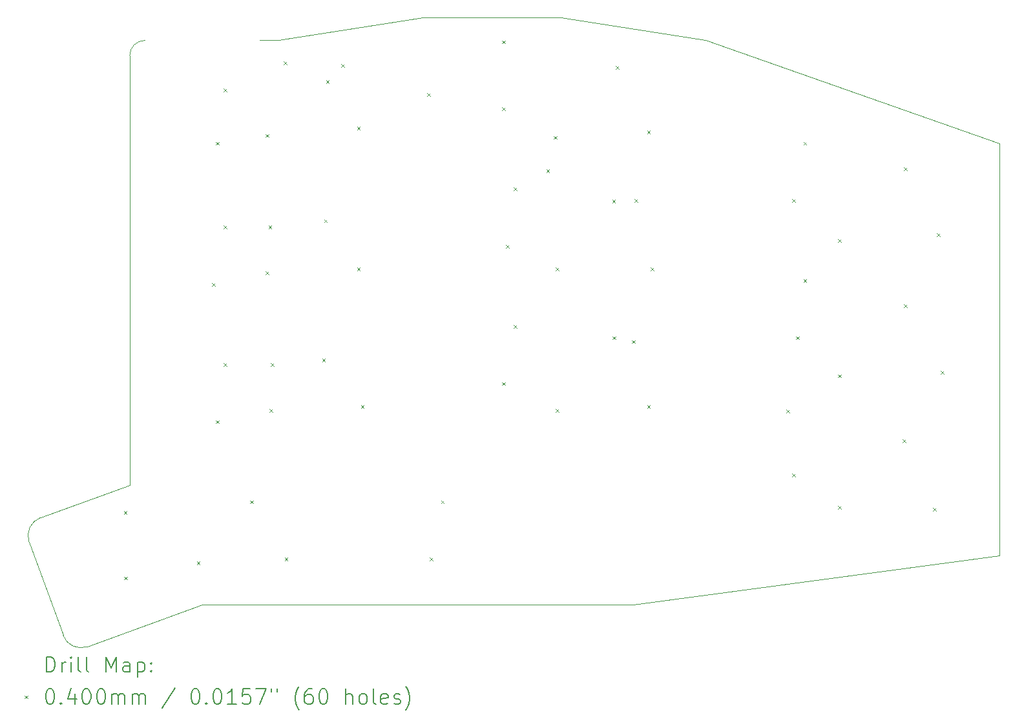
<source format=gbr>
%TF.GenerationSoftware,KiCad,Pcbnew,7.0.2-0*%
%TF.CreationDate,2023-05-24T14:00:58+08:00*%
%TF.ProjectId,Input,496e7075-742e-46b6-9963-61645f706362,1*%
%TF.SameCoordinates,PX7bfa480PY6052340*%
%TF.FileFunction,Drillmap*%
%TF.FilePolarity,Positive*%
%FSLAX45Y45*%
G04 Gerber Fmt 4.5, Leading zero omitted, Abs format (unit mm)*
G04 Created by KiCad (PCBNEW 7.0.2-0) date 2023-05-24 14:00:58*
%MOMM*%
%LPD*%
G01*
G04 APERTURE LIST*
%ADD10C,0.100000*%
%ADD11C,0.200000*%
%ADD12C,0.040000*%
G04 APERTURE END LIST*
D10*
X-750000Y2900000D02*
G75*
G03*
X-950000Y2700000I0J-200000D01*
G01*
X-1502982Y-5047237D02*
X0Y-4500000D01*
X-2268037Y-3676218D02*
X-1823410Y-4897818D01*
X-1823410Y-4897818D02*
G75*
G03*
X-1502982Y-5047237I234923J85505D01*
G01*
X-2118618Y-3355790D02*
X-950000Y-2930000D01*
X-2118618Y-3355790D02*
G75*
G03*
X-2268037Y-3676218I85505J-234923D01*
G01*
X2900000Y3200000D02*
X1000000Y2900000D01*
X6600000Y2900000D02*
X4700000Y3200000D01*
X-950000Y2700000D02*
X-950000Y-2930000D01*
X1000000Y2900000D02*
X750000Y2900000D01*
X5650000Y-4500000D02*
X10450000Y-3850000D01*
X0Y-4500000D02*
X5650000Y-4500000D01*
X10450000Y1550000D02*
X6600000Y2900000D01*
X4700000Y3200000D02*
X2900000Y3200000D01*
X10450000Y-3850000D02*
X10450000Y1550000D01*
D11*
D12*
X-1027327Y-3272673D02*
X-987327Y-3312673D01*
X-987327Y-3272673D02*
X-1027327Y-3312673D01*
X-1020000Y-4130000D02*
X-980000Y-4170000D01*
X-980000Y-4130000D02*
X-1020000Y-4170000D01*
X-70000Y-3930000D02*
X-30000Y-3970000D01*
X-30000Y-3930000D02*
X-70000Y-3970000D01*
X130000Y-280000D02*
X170000Y-320000D01*
X170000Y-280000D02*
X130000Y-320000D01*
X180000Y1570000D02*
X220000Y1530000D01*
X220000Y1570000D02*
X180000Y1530000D01*
X180000Y-2080000D02*
X220000Y-2120000D01*
X220000Y-2080000D02*
X180000Y-2120000D01*
X280000Y470000D02*
X320000Y430000D01*
X320000Y470000D02*
X280000Y430000D01*
X280000Y-1330000D02*
X320000Y-1370000D01*
X320000Y-1330000D02*
X280000Y-1370000D01*
X280000Y2270000D02*
X320000Y2230000D01*
X320000Y2270000D02*
X280000Y2230000D01*
X630000Y-3130000D02*
X670000Y-3170000D01*
X670000Y-3130000D02*
X630000Y-3170000D01*
X830000Y1670000D02*
X870000Y1630000D01*
X870000Y1670000D02*
X830000Y1630000D01*
X830000Y-130000D02*
X870000Y-170000D01*
X870000Y-130000D02*
X830000Y-170000D01*
X870000Y470000D02*
X910000Y430000D01*
X910000Y470000D02*
X870000Y430000D01*
X880000Y-1930000D02*
X920000Y-1970000D01*
X920000Y-1930000D02*
X880000Y-1970000D01*
X900000Y-1330000D02*
X940000Y-1370000D01*
X940000Y-1330000D02*
X900000Y-1370000D01*
X1070000Y2622450D02*
X1110000Y2582450D01*
X1110000Y2622450D02*
X1070000Y2582450D01*
X1080000Y-3880000D02*
X1120000Y-3920000D01*
X1120000Y-3880000D02*
X1080000Y-3920000D01*
X1572500Y-1272500D02*
X1612500Y-1312500D01*
X1612500Y-1272500D02*
X1572500Y-1312500D01*
X1596250Y553750D02*
X1636250Y513750D01*
X1636250Y553750D02*
X1596250Y513750D01*
X1622500Y2377500D02*
X1662500Y2337500D01*
X1662500Y2377500D02*
X1622500Y2337500D01*
X1820000Y2590000D02*
X1860000Y2550000D01*
X1860000Y2590000D02*
X1820000Y2550000D01*
X2030000Y1770000D02*
X2070000Y1730000D01*
X2070000Y1770000D02*
X2030000Y1730000D01*
X2030000Y-80000D02*
X2070000Y-120000D01*
X2070000Y-80000D02*
X2030000Y-120000D01*
X2080000Y-1880000D02*
X2120000Y-1920000D01*
X2120000Y-1880000D02*
X2080000Y-1920000D01*
X2950000Y2210000D02*
X2990000Y2170000D01*
X2990000Y2210000D02*
X2950000Y2170000D01*
X2980000Y-3880000D02*
X3020000Y-3920000D01*
X3020000Y-3880000D02*
X2980000Y-3920000D01*
X3130000Y-3130000D02*
X3170000Y-3170000D01*
X3170000Y-3130000D02*
X3130000Y-3170000D01*
X3930000Y2897550D02*
X3970000Y2857550D01*
X3970000Y2897550D02*
X3930000Y2857550D01*
X3930000Y2020000D02*
X3970000Y1980000D01*
X3970000Y2020000D02*
X3930000Y1980000D01*
X3930000Y-1580000D02*
X3970000Y-1620000D01*
X3970000Y-1580000D02*
X3930000Y-1620000D01*
X3980000Y220000D02*
X4020000Y180000D01*
X4020000Y220000D02*
X3980000Y180000D01*
X4080000Y970000D02*
X4120000Y930000D01*
X4120000Y970000D02*
X4080000Y930000D01*
X4080000Y-830000D02*
X4120000Y-870000D01*
X4120000Y-830000D02*
X4080000Y-870000D01*
X4510000Y1210000D02*
X4550000Y1170000D01*
X4550000Y1210000D02*
X4510000Y1170000D01*
X4605500Y1645500D02*
X4645500Y1605500D01*
X4645500Y1645500D02*
X4605500Y1605500D01*
X4630000Y-80000D02*
X4670000Y-120000D01*
X4670000Y-80000D02*
X4630000Y-120000D01*
X4630000Y-1930000D02*
X4670000Y-1970000D01*
X4670000Y-1930000D02*
X4630000Y-1970000D01*
X5372500Y812500D02*
X5412500Y772500D01*
X5412500Y812500D02*
X5372500Y772500D01*
X5380000Y-980000D02*
X5420000Y-1020000D01*
X5420000Y-980000D02*
X5380000Y-1020000D01*
X5422500Y2562500D02*
X5462500Y2522500D01*
X5462500Y2562500D02*
X5422500Y2522500D01*
X5630000Y-1030000D02*
X5670000Y-1070000D01*
X5670000Y-1030000D02*
X5630000Y-1070000D01*
X5665000Y820000D02*
X5705000Y780000D01*
X5705000Y820000D02*
X5665000Y780000D01*
X5830000Y1720000D02*
X5870000Y1680000D01*
X5870000Y1720000D02*
X5830000Y1680000D01*
X5830000Y-1880000D02*
X5870000Y-1920000D01*
X5870000Y-1880000D02*
X5830000Y-1920000D01*
X5880000Y-80000D02*
X5920000Y-120000D01*
X5920000Y-80000D02*
X5880000Y-120000D01*
X7652500Y-1937500D02*
X7692500Y-1977500D01*
X7692500Y-1937500D02*
X7652500Y-1977500D01*
X7730000Y820000D02*
X7770000Y780000D01*
X7770000Y820000D02*
X7730000Y780000D01*
X7730000Y-2780000D02*
X7770000Y-2820000D01*
X7770000Y-2780000D02*
X7730000Y-2820000D01*
X7780000Y-980000D02*
X7820000Y-1020000D01*
X7820000Y-980000D02*
X7780000Y-1020000D01*
X7880000Y1570000D02*
X7920000Y1530000D01*
X7920000Y1570000D02*
X7880000Y1530000D01*
X7880000Y-230000D02*
X7920000Y-270000D01*
X7920000Y-230000D02*
X7880000Y-270000D01*
X8330000Y295000D02*
X8370000Y255000D01*
X8370000Y295000D02*
X8330000Y255000D01*
X8330000Y-1480000D02*
X8370000Y-1520000D01*
X8370000Y-1480000D02*
X8330000Y-1520000D01*
X8330000Y-3205000D02*
X8370000Y-3245000D01*
X8370000Y-3205000D02*
X8330000Y-3245000D01*
X9180000Y-2330000D02*
X9220000Y-2370000D01*
X9220000Y-2330000D02*
X9180000Y-2370000D01*
X9197500Y1237500D02*
X9237500Y1197500D01*
X9237500Y1237500D02*
X9197500Y1197500D01*
X9197500Y-562500D02*
X9237500Y-602500D01*
X9237500Y-562500D02*
X9197500Y-602500D01*
X9580000Y-3230000D02*
X9620000Y-3270000D01*
X9620000Y-3230000D02*
X9580000Y-3270000D01*
X9630000Y370000D02*
X9670000Y330000D01*
X9670000Y370000D02*
X9630000Y330000D01*
X9680000Y-1430000D02*
X9720000Y-1470000D01*
X9720000Y-1430000D02*
X9680000Y-1470000D01*
D11*
X-2040494Y-5379837D02*
X-2040494Y-5179837D01*
X-2040494Y-5179837D02*
X-1992875Y-5179837D01*
X-1992875Y-5179837D02*
X-1964304Y-5189361D01*
X-1964304Y-5189361D02*
X-1945256Y-5208409D01*
X-1945256Y-5208409D02*
X-1935732Y-5227456D01*
X-1935732Y-5227456D02*
X-1926209Y-5265551D01*
X-1926209Y-5265551D02*
X-1926209Y-5294123D01*
X-1926209Y-5294123D02*
X-1935732Y-5332218D01*
X-1935732Y-5332218D02*
X-1945256Y-5351266D01*
X-1945256Y-5351266D02*
X-1964304Y-5370313D01*
X-1964304Y-5370313D02*
X-1992875Y-5379837D01*
X-1992875Y-5379837D02*
X-2040494Y-5379837D01*
X-1840494Y-5379837D02*
X-1840494Y-5246504D01*
X-1840494Y-5284599D02*
X-1830970Y-5265551D01*
X-1830970Y-5265551D02*
X-1821447Y-5256028D01*
X-1821447Y-5256028D02*
X-1802399Y-5246504D01*
X-1802399Y-5246504D02*
X-1783351Y-5246504D01*
X-1716685Y-5379837D02*
X-1716685Y-5246504D01*
X-1716685Y-5179837D02*
X-1726209Y-5189361D01*
X-1726209Y-5189361D02*
X-1716685Y-5198885D01*
X-1716685Y-5198885D02*
X-1707161Y-5189361D01*
X-1707161Y-5189361D02*
X-1716685Y-5179837D01*
X-1716685Y-5179837D02*
X-1716685Y-5198885D01*
X-1592875Y-5379837D02*
X-1611923Y-5370313D01*
X-1611923Y-5370313D02*
X-1621447Y-5351266D01*
X-1621447Y-5351266D02*
X-1621447Y-5179837D01*
X-1488113Y-5379837D02*
X-1507161Y-5370313D01*
X-1507161Y-5370313D02*
X-1516685Y-5351266D01*
X-1516685Y-5351266D02*
X-1516685Y-5179837D01*
X-1259542Y-5379837D02*
X-1259542Y-5179837D01*
X-1259542Y-5179837D02*
X-1192875Y-5322694D01*
X-1192875Y-5322694D02*
X-1126209Y-5179837D01*
X-1126209Y-5179837D02*
X-1126209Y-5379837D01*
X-945256Y-5379837D02*
X-945256Y-5275075D01*
X-945256Y-5275075D02*
X-954780Y-5256028D01*
X-954780Y-5256028D02*
X-973828Y-5246504D01*
X-973828Y-5246504D02*
X-1011923Y-5246504D01*
X-1011923Y-5246504D02*
X-1030970Y-5256028D01*
X-945256Y-5370313D02*
X-964304Y-5379837D01*
X-964304Y-5379837D02*
X-1011923Y-5379837D01*
X-1011923Y-5379837D02*
X-1030970Y-5370313D01*
X-1030970Y-5370313D02*
X-1040494Y-5351266D01*
X-1040494Y-5351266D02*
X-1040494Y-5332218D01*
X-1040494Y-5332218D02*
X-1030970Y-5313170D01*
X-1030970Y-5313170D02*
X-1011923Y-5303647D01*
X-1011923Y-5303647D02*
X-964304Y-5303647D01*
X-964304Y-5303647D02*
X-945256Y-5294123D01*
X-850018Y-5246504D02*
X-850018Y-5446504D01*
X-850018Y-5256028D02*
X-830970Y-5246504D01*
X-830970Y-5246504D02*
X-792875Y-5246504D01*
X-792875Y-5246504D02*
X-773828Y-5256028D01*
X-773828Y-5256028D02*
X-764304Y-5265551D01*
X-764304Y-5265551D02*
X-754780Y-5284599D01*
X-754780Y-5284599D02*
X-754780Y-5341742D01*
X-754780Y-5341742D02*
X-764304Y-5360789D01*
X-764304Y-5360789D02*
X-773828Y-5370313D01*
X-773828Y-5370313D02*
X-792875Y-5379837D01*
X-792875Y-5379837D02*
X-830970Y-5379837D01*
X-830970Y-5379837D02*
X-850018Y-5370313D01*
X-669066Y-5360789D02*
X-659542Y-5370313D01*
X-659542Y-5370313D02*
X-669066Y-5379837D01*
X-669066Y-5379837D02*
X-678590Y-5370313D01*
X-678590Y-5370313D02*
X-669066Y-5360789D01*
X-669066Y-5360789D02*
X-669066Y-5379837D01*
X-669066Y-5256028D02*
X-659542Y-5265551D01*
X-659542Y-5265551D02*
X-669066Y-5275075D01*
X-669066Y-5275075D02*
X-678590Y-5265551D01*
X-678590Y-5265551D02*
X-669066Y-5256028D01*
X-669066Y-5256028D02*
X-669066Y-5275075D01*
D12*
X-2328113Y-5687313D02*
X-2288113Y-5727313D01*
X-2288113Y-5687313D02*
X-2328113Y-5727313D01*
D11*
X-2002399Y-5599837D02*
X-1983351Y-5599837D01*
X-1983351Y-5599837D02*
X-1964304Y-5609361D01*
X-1964304Y-5609361D02*
X-1954780Y-5618885D01*
X-1954780Y-5618885D02*
X-1945256Y-5637932D01*
X-1945256Y-5637932D02*
X-1935732Y-5676027D01*
X-1935732Y-5676027D02*
X-1935732Y-5723647D01*
X-1935732Y-5723647D02*
X-1945256Y-5761742D01*
X-1945256Y-5761742D02*
X-1954780Y-5780789D01*
X-1954780Y-5780789D02*
X-1964304Y-5790313D01*
X-1964304Y-5790313D02*
X-1983351Y-5799837D01*
X-1983351Y-5799837D02*
X-2002399Y-5799837D01*
X-2002399Y-5799837D02*
X-2021447Y-5790313D01*
X-2021447Y-5790313D02*
X-2030970Y-5780789D01*
X-2030970Y-5780789D02*
X-2040494Y-5761742D01*
X-2040494Y-5761742D02*
X-2050018Y-5723647D01*
X-2050018Y-5723647D02*
X-2050018Y-5676027D01*
X-2050018Y-5676027D02*
X-2040494Y-5637932D01*
X-2040494Y-5637932D02*
X-2030970Y-5618885D01*
X-2030970Y-5618885D02*
X-2021447Y-5609361D01*
X-2021447Y-5609361D02*
X-2002399Y-5599837D01*
X-1850018Y-5780789D02*
X-1840494Y-5790313D01*
X-1840494Y-5790313D02*
X-1850018Y-5799837D01*
X-1850018Y-5799837D02*
X-1859542Y-5790313D01*
X-1859542Y-5790313D02*
X-1850018Y-5780789D01*
X-1850018Y-5780789D02*
X-1850018Y-5799837D01*
X-1669066Y-5666504D02*
X-1669066Y-5799837D01*
X-1716685Y-5590313D02*
X-1764304Y-5733170D01*
X-1764304Y-5733170D02*
X-1640494Y-5733170D01*
X-1526209Y-5599837D02*
X-1507161Y-5599837D01*
X-1507161Y-5599837D02*
X-1488113Y-5609361D01*
X-1488113Y-5609361D02*
X-1478589Y-5618885D01*
X-1478589Y-5618885D02*
X-1469066Y-5637932D01*
X-1469066Y-5637932D02*
X-1459542Y-5676027D01*
X-1459542Y-5676027D02*
X-1459542Y-5723647D01*
X-1459542Y-5723647D02*
X-1469066Y-5761742D01*
X-1469066Y-5761742D02*
X-1478589Y-5780789D01*
X-1478589Y-5780789D02*
X-1488113Y-5790313D01*
X-1488113Y-5790313D02*
X-1507161Y-5799837D01*
X-1507161Y-5799837D02*
X-1526209Y-5799837D01*
X-1526209Y-5799837D02*
X-1545256Y-5790313D01*
X-1545256Y-5790313D02*
X-1554780Y-5780789D01*
X-1554780Y-5780789D02*
X-1564304Y-5761742D01*
X-1564304Y-5761742D02*
X-1573828Y-5723647D01*
X-1573828Y-5723647D02*
X-1573828Y-5676027D01*
X-1573828Y-5676027D02*
X-1564304Y-5637932D01*
X-1564304Y-5637932D02*
X-1554780Y-5618885D01*
X-1554780Y-5618885D02*
X-1545256Y-5609361D01*
X-1545256Y-5609361D02*
X-1526209Y-5599837D01*
X-1335732Y-5599837D02*
X-1316685Y-5599837D01*
X-1316685Y-5599837D02*
X-1297637Y-5609361D01*
X-1297637Y-5609361D02*
X-1288113Y-5618885D01*
X-1288113Y-5618885D02*
X-1278590Y-5637932D01*
X-1278590Y-5637932D02*
X-1269066Y-5676027D01*
X-1269066Y-5676027D02*
X-1269066Y-5723647D01*
X-1269066Y-5723647D02*
X-1278590Y-5761742D01*
X-1278590Y-5761742D02*
X-1288113Y-5780789D01*
X-1288113Y-5780789D02*
X-1297637Y-5790313D01*
X-1297637Y-5790313D02*
X-1316685Y-5799837D01*
X-1316685Y-5799837D02*
X-1335732Y-5799837D01*
X-1335732Y-5799837D02*
X-1354780Y-5790313D01*
X-1354780Y-5790313D02*
X-1364304Y-5780789D01*
X-1364304Y-5780789D02*
X-1373828Y-5761742D01*
X-1373828Y-5761742D02*
X-1383351Y-5723647D01*
X-1383351Y-5723647D02*
X-1383351Y-5676027D01*
X-1383351Y-5676027D02*
X-1373828Y-5637932D01*
X-1373828Y-5637932D02*
X-1364304Y-5618885D01*
X-1364304Y-5618885D02*
X-1354780Y-5609361D01*
X-1354780Y-5609361D02*
X-1335732Y-5599837D01*
X-1183351Y-5799837D02*
X-1183351Y-5666504D01*
X-1183351Y-5685551D02*
X-1173828Y-5676027D01*
X-1173828Y-5676027D02*
X-1154780Y-5666504D01*
X-1154780Y-5666504D02*
X-1126209Y-5666504D01*
X-1126209Y-5666504D02*
X-1107161Y-5676027D01*
X-1107161Y-5676027D02*
X-1097637Y-5695075D01*
X-1097637Y-5695075D02*
X-1097637Y-5799837D01*
X-1097637Y-5695075D02*
X-1088113Y-5676027D01*
X-1088113Y-5676027D02*
X-1069066Y-5666504D01*
X-1069066Y-5666504D02*
X-1040494Y-5666504D01*
X-1040494Y-5666504D02*
X-1021447Y-5676027D01*
X-1021447Y-5676027D02*
X-1011923Y-5695075D01*
X-1011923Y-5695075D02*
X-1011923Y-5799837D01*
X-916685Y-5799837D02*
X-916685Y-5666504D01*
X-916685Y-5685551D02*
X-907161Y-5676027D01*
X-907161Y-5676027D02*
X-888113Y-5666504D01*
X-888113Y-5666504D02*
X-859542Y-5666504D01*
X-859542Y-5666504D02*
X-840494Y-5676027D01*
X-840494Y-5676027D02*
X-830970Y-5695075D01*
X-830970Y-5695075D02*
X-830970Y-5799837D01*
X-830970Y-5695075D02*
X-821447Y-5676027D01*
X-821447Y-5676027D02*
X-802399Y-5666504D01*
X-802399Y-5666504D02*
X-773828Y-5666504D01*
X-773828Y-5666504D02*
X-754780Y-5676027D01*
X-754780Y-5676027D02*
X-745256Y-5695075D01*
X-745256Y-5695075D02*
X-745256Y-5799837D01*
X-354780Y-5590313D02*
X-526208Y-5847456D01*
X-97637Y-5599837D02*
X-78589Y-5599837D01*
X-78589Y-5599837D02*
X-59542Y-5609361D01*
X-59542Y-5609361D02*
X-50018Y-5618885D01*
X-50018Y-5618885D02*
X-40494Y-5637932D01*
X-40494Y-5637932D02*
X-30970Y-5676027D01*
X-30970Y-5676027D02*
X-30970Y-5723647D01*
X-30970Y-5723647D02*
X-40494Y-5761742D01*
X-40494Y-5761742D02*
X-50018Y-5780789D01*
X-50018Y-5780789D02*
X-59542Y-5790313D01*
X-59542Y-5790313D02*
X-78589Y-5799837D01*
X-78589Y-5799837D02*
X-97637Y-5799837D01*
X-97637Y-5799837D02*
X-116685Y-5790313D01*
X-116685Y-5790313D02*
X-126208Y-5780789D01*
X-126208Y-5780789D02*
X-135732Y-5761742D01*
X-135732Y-5761742D02*
X-145256Y-5723647D01*
X-145256Y-5723647D02*
X-145256Y-5676027D01*
X-145256Y-5676027D02*
X-135732Y-5637932D01*
X-135732Y-5637932D02*
X-126208Y-5618885D01*
X-126208Y-5618885D02*
X-116685Y-5609361D01*
X-116685Y-5609361D02*
X-97637Y-5599837D01*
X54744Y-5780789D02*
X64268Y-5790313D01*
X64268Y-5790313D02*
X54744Y-5799837D01*
X54744Y-5799837D02*
X45220Y-5790313D01*
X45220Y-5790313D02*
X54744Y-5780789D01*
X54744Y-5780789D02*
X54744Y-5799837D01*
X188077Y-5599837D02*
X207125Y-5599837D01*
X207125Y-5599837D02*
X226173Y-5609361D01*
X226173Y-5609361D02*
X235696Y-5618885D01*
X235696Y-5618885D02*
X245220Y-5637932D01*
X245220Y-5637932D02*
X254744Y-5676027D01*
X254744Y-5676027D02*
X254744Y-5723647D01*
X254744Y-5723647D02*
X245220Y-5761742D01*
X245220Y-5761742D02*
X235696Y-5780789D01*
X235696Y-5780789D02*
X226173Y-5790313D01*
X226173Y-5790313D02*
X207125Y-5799837D01*
X207125Y-5799837D02*
X188077Y-5799837D01*
X188077Y-5799837D02*
X169030Y-5790313D01*
X169030Y-5790313D02*
X159506Y-5780789D01*
X159506Y-5780789D02*
X149982Y-5761742D01*
X149982Y-5761742D02*
X140458Y-5723647D01*
X140458Y-5723647D02*
X140458Y-5676027D01*
X140458Y-5676027D02*
X149982Y-5637932D01*
X149982Y-5637932D02*
X159506Y-5618885D01*
X159506Y-5618885D02*
X169030Y-5609361D01*
X169030Y-5609361D02*
X188077Y-5599837D01*
X445220Y-5799837D02*
X330935Y-5799837D01*
X388077Y-5799837D02*
X388077Y-5599837D01*
X388077Y-5599837D02*
X369030Y-5628408D01*
X369030Y-5628408D02*
X349982Y-5647456D01*
X349982Y-5647456D02*
X330935Y-5656980D01*
X626173Y-5599837D02*
X530935Y-5599837D01*
X530935Y-5599837D02*
X521411Y-5695075D01*
X521411Y-5695075D02*
X530935Y-5685551D01*
X530935Y-5685551D02*
X549982Y-5676027D01*
X549982Y-5676027D02*
X597601Y-5676027D01*
X597601Y-5676027D02*
X616649Y-5685551D01*
X616649Y-5685551D02*
X626173Y-5695075D01*
X626173Y-5695075D02*
X635696Y-5714123D01*
X635696Y-5714123D02*
X635696Y-5761742D01*
X635696Y-5761742D02*
X626173Y-5780789D01*
X626173Y-5780789D02*
X616649Y-5790313D01*
X616649Y-5790313D02*
X597601Y-5799837D01*
X597601Y-5799837D02*
X549982Y-5799837D01*
X549982Y-5799837D02*
X530935Y-5790313D01*
X530935Y-5790313D02*
X521411Y-5780789D01*
X702363Y-5599837D02*
X835696Y-5599837D01*
X835696Y-5599837D02*
X749982Y-5799837D01*
X902363Y-5599837D02*
X902363Y-5637932D01*
X978554Y-5599837D02*
X978554Y-5637932D01*
X1273792Y-5876027D02*
X1264268Y-5866504D01*
X1264268Y-5866504D02*
X1245220Y-5837932D01*
X1245220Y-5837932D02*
X1235697Y-5818885D01*
X1235697Y-5818885D02*
X1226173Y-5790313D01*
X1226173Y-5790313D02*
X1216649Y-5742694D01*
X1216649Y-5742694D02*
X1216649Y-5704599D01*
X1216649Y-5704599D02*
X1226173Y-5656980D01*
X1226173Y-5656980D02*
X1235697Y-5628408D01*
X1235697Y-5628408D02*
X1245220Y-5609361D01*
X1245220Y-5609361D02*
X1264268Y-5580789D01*
X1264268Y-5580789D02*
X1273792Y-5571266D01*
X1435696Y-5599837D02*
X1397601Y-5599837D01*
X1397601Y-5599837D02*
X1378554Y-5609361D01*
X1378554Y-5609361D02*
X1369030Y-5618885D01*
X1369030Y-5618885D02*
X1349982Y-5647456D01*
X1349982Y-5647456D02*
X1340458Y-5685551D01*
X1340458Y-5685551D02*
X1340458Y-5761742D01*
X1340458Y-5761742D02*
X1349982Y-5780789D01*
X1349982Y-5780789D02*
X1359506Y-5790313D01*
X1359506Y-5790313D02*
X1378554Y-5799837D01*
X1378554Y-5799837D02*
X1416649Y-5799837D01*
X1416649Y-5799837D02*
X1435696Y-5790313D01*
X1435696Y-5790313D02*
X1445220Y-5780789D01*
X1445220Y-5780789D02*
X1454744Y-5761742D01*
X1454744Y-5761742D02*
X1454744Y-5714123D01*
X1454744Y-5714123D02*
X1445220Y-5695075D01*
X1445220Y-5695075D02*
X1435696Y-5685551D01*
X1435696Y-5685551D02*
X1416649Y-5676027D01*
X1416649Y-5676027D02*
X1378554Y-5676027D01*
X1378554Y-5676027D02*
X1359506Y-5685551D01*
X1359506Y-5685551D02*
X1349982Y-5695075D01*
X1349982Y-5695075D02*
X1340458Y-5714123D01*
X1578554Y-5599837D02*
X1597601Y-5599837D01*
X1597601Y-5599837D02*
X1616649Y-5609361D01*
X1616649Y-5609361D02*
X1626173Y-5618885D01*
X1626173Y-5618885D02*
X1635696Y-5637932D01*
X1635696Y-5637932D02*
X1645220Y-5676027D01*
X1645220Y-5676027D02*
X1645220Y-5723647D01*
X1645220Y-5723647D02*
X1635696Y-5761742D01*
X1635696Y-5761742D02*
X1626173Y-5780789D01*
X1626173Y-5780789D02*
X1616649Y-5790313D01*
X1616649Y-5790313D02*
X1597601Y-5799837D01*
X1597601Y-5799837D02*
X1578554Y-5799837D01*
X1578554Y-5799837D02*
X1559506Y-5790313D01*
X1559506Y-5790313D02*
X1549982Y-5780789D01*
X1549982Y-5780789D02*
X1540458Y-5761742D01*
X1540458Y-5761742D02*
X1530935Y-5723647D01*
X1530935Y-5723647D02*
X1530935Y-5676027D01*
X1530935Y-5676027D02*
X1540458Y-5637932D01*
X1540458Y-5637932D02*
X1549982Y-5618885D01*
X1549982Y-5618885D02*
X1559506Y-5609361D01*
X1559506Y-5609361D02*
X1578554Y-5599837D01*
X1883316Y-5799837D02*
X1883316Y-5599837D01*
X1969030Y-5799837D02*
X1969030Y-5695075D01*
X1969030Y-5695075D02*
X1959506Y-5676027D01*
X1959506Y-5676027D02*
X1940458Y-5666504D01*
X1940458Y-5666504D02*
X1911887Y-5666504D01*
X1911887Y-5666504D02*
X1892839Y-5676027D01*
X1892839Y-5676027D02*
X1883316Y-5685551D01*
X2092839Y-5799837D02*
X2073792Y-5790313D01*
X2073792Y-5790313D02*
X2064268Y-5780789D01*
X2064268Y-5780789D02*
X2054744Y-5761742D01*
X2054744Y-5761742D02*
X2054744Y-5704599D01*
X2054744Y-5704599D02*
X2064268Y-5685551D01*
X2064268Y-5685551D02*
X2073792Y-5676027D01*
X2073792Y-5676027D02*
X2092839Y-5666504D01*
X2092839Y-5666504D02*
X2121411Y-5666504D01*
X2121411Y-5666504D02*
X2140459Y-5676027D01*
X2140459Y-5676027D02*
X2149982Y-5685551D01*
X2149982Y-5685551D02*
X2159506Y-5704599D01*
X2159506Y-5704599D02*
X2159506Y-5761742D01*
X2159506Y-5761742D02*
X2149982Y-5780789D01*
X2149982Y-5780789D02*
X2140459Y-5790313D01*
X2140459Y-5790313D02*
X2121411Y-5799837D01*
X2121411Y-5799837D02*
X2092839Y-5799837D01*
X2273792Y-5799837D02*
X2254744Y-5790313D01*
X2254744Y-5790313D02*
X2245220Y-5771266D01*
X2245220Y-5771266D02*
X2245220Y-5599837D01*
X2426173Y-5790313D02*
X2407125Y-5799837D01*
X2407125Y-5799837D02*
X2369030Y-5799837D01*
X2369030Y-5799837D02*
X2349982Y-5790313D01*
X2349982Y-5790313D02*
X2340459Y-5771266D01*
X2340459Y-5771266D02*
X2340459Y-5695075D01*
X2340459Y-5695075D02*
X2349982Y-5676027D01*
X2349982Y-5676027D02*
X2369030Y-5666504D01*
X2369030Y-5666504D02*
X2407125Y-5666504D01*
X2407125Y-5666504D02*
X2426173Y-5676027D01*
X2426173Y-5676027D02*
X2435697Y-5695075D01*
X2435697Y-5695075D02*
X2435697Y-5714123D01*
X2435697Y-5714123D02*
X2340459Y-5733170D01*
X2511887Y-5790313D02*
X2530935Y-5799837D01*
X2530935Y-5799837D02*
X2569030Y-5799837D01*
X2569030Y-5799837D02*
X2588078Y-5790313D01*
X2588078Y-5790313D02*
X2597601Y-5771266D01*
X2597601Y-5771266D02*
X2597601Y-5761742D01*
X2597601Y-5761742D02*
X2588078Y-5742694D01*
X2588078Y-5742694D02*
X2569030Y-5733170D01*
X2569030Y-5733170D02*
X2540459Y-5733170D01*
X2540459Y-5733170D02*
X2521411Y-5723647D01*
X2521411Y-5723647D02*
X2511887Y-5704599D01*
X2511887Y-5704599D02*
X2511887Y-5695075D01*
X2511887Y-5695075D02*
X2521411Y-5676027D01*
X2521411Y-5676027D02*
X2540459Y-5666504D01*
X2540459Y-5666504D02*
X2569030Y-5666504D01*
X2569030Y-5666504D02*
X2588078Y-5676027D01*
X2664268Y-5876027D02*
X2673792Y-5866504D01*
X2673792Y-5866504D02*
X2692840Y-5837932D01*
X2692840Y-5837932D02*
X2702363Y-5818885D01*
X2702363Y-5818885D02*
X2711887Y-5790313D01*
X2711887Y-5790313D02*
X2721411Y-5742694D01*
X2721411Y-5742694D02*
X2721411Y-5704599D01*
X2721411Y-5704599D02*
X2711887Y-5656980D01*
X2711887Y-5656980D02*
X2702363Y-5628408D01*
X2702363Y-5628408D02*
X2692840Y-5609361D01*
X2692840Y-5609361D02*
X2673792Y-5580789D01*
X2673792Y-5580789D02*
X2664268Y-5571266D01*
M02*

</source>
